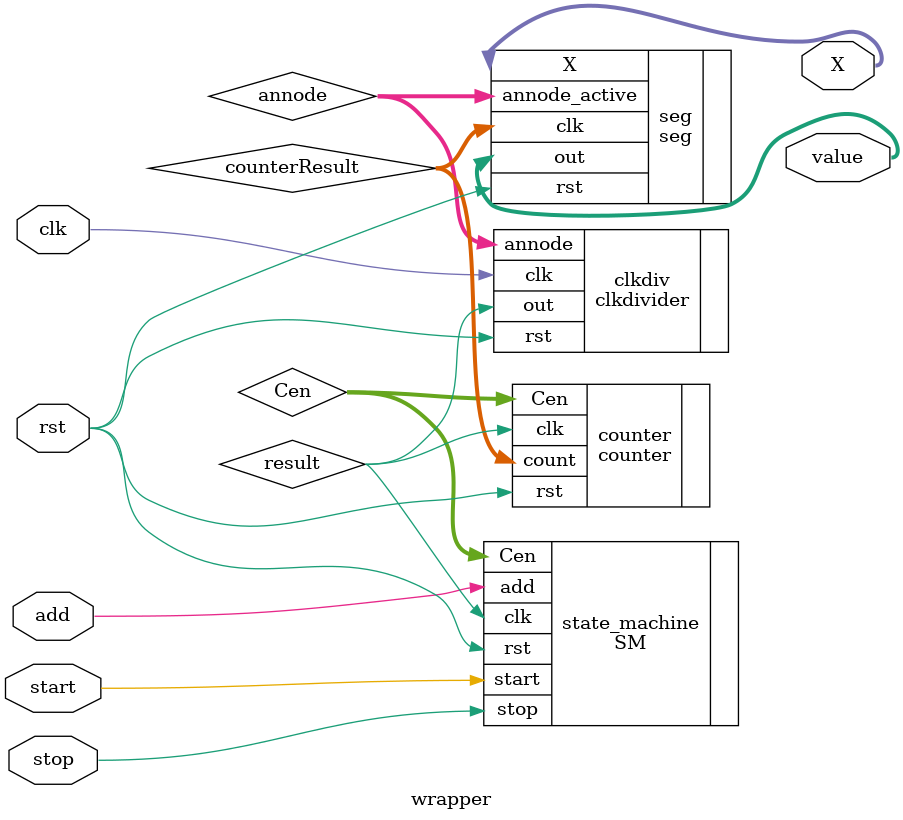
<source format=v>
`timescale 1ns / 1ps

module wrapper(
    input clk,
    input rst,
    input start,
    input stop,
    input add,
    
    output [6:0] value,
    output [3:0] X
    );
    
    wire result;
   //wire result2;
    wire [1:0] Cen;
    wire [1:0] annode;
    wire [15:0] counterResult;
    
    clkdivider clkdiv(
        .clk(clk),
        .rst(rst),
        .out(result),
        .annode(annode)
        );
     
     SM state_machine(
        .clk(result),
        .start(start),
        .stop(stop),
        .add(add),
        .rst(rst),
        .Cen(Cen)
        );
        
     counter counter(
        .clk(result),
        .Cen(Cen),
        .rst(rst),
        .count(counterResult)
        );
       
        
     seg seg(
        .rst(rst),
        .clk(counterResult),
        .out(value),
        .X(X),
        .annode_active(annode)
        );
        
endmodule

</source>
